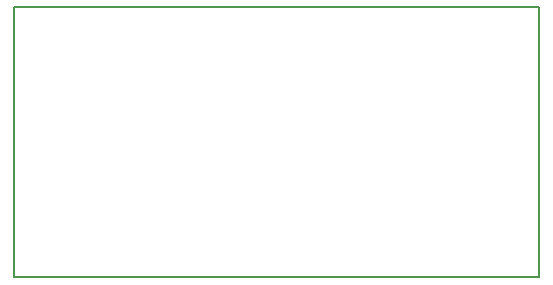
<source format=gbr>
G04 #@! TF.FileFunction,Profile,NP*
%FSLAX46Y46*%
G04 Gerber Fmt 4.6, Leading zero omitted, Abs format (unit mm)*
G04 Created by KiCad (PCBNEW 4.0.1-stable) date 2016/04/06 15:56:50*
%MOMM*%
G01*
G04 APERTURE LIST*
%ADD10C,0.100000*%
%ADD11C,0.150000*%
G04 APERTURE END LIST*
D10*
D11*
X168910000Y-120650000D02*
X168910000Y-97790000D01*
X124460000Y-120650000D02*
X168910000Y-120650000D01*
X124460000Y-97790000D02*
X124460000Y-120650000D01*
X168910000Y-97790000D02*
X124460000Y-97790000D01*
M02*

</source>
